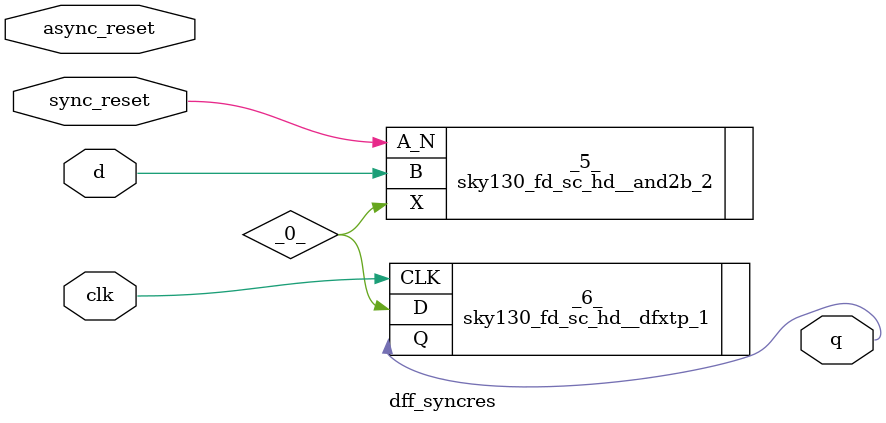
<source format=v>
/* Generated by Yosys 0.7 (git sha1 61f6811, gcc 6.2.0-11ubuntu1 -O2 -fdebug-prefix-map=/build/yosys-OIL3SR/yosys-0.7=. -fstack-protector-strong -fPIC -Os) */

(* top =  1  *)
(* src = "dff_syncres.v:2" *)
module dff_syncres(clk, async_reset, sync_reset, d, q);
  (* src = "dff_syncres.v:3" *)
  wire _0_;
  wire _1_;
  wire _2_;
  wire _3_;
  wire _4_;
  (* src = "dff_syncres.v:2" *)
  input async_reset;
  (* src = "dff_syncres.v:2" *)
  input clk;
  (* src = "dff_syncres.v:2" *)
  input d;
  (* src = "dff_syncres.v:2" *)
  output q;
  (* src = "dff_syncres.v:2" *)
  input sync_reset;
  sky130_fd_sc_hd__and2b_2 _5_ (
    .A_N(_4_),
    .B(_2_),
    .X(_3_)
  );
  sky130_fd_sc_hd__dfxtp_1 _6_ (
    .CLK(clk),
    .D(_0_),
    .Q(q)
  );
  assign _2_ = d;
  assign _0_ = _3_;
  assign _4_ = sync_reset;
endmodule

</source>
